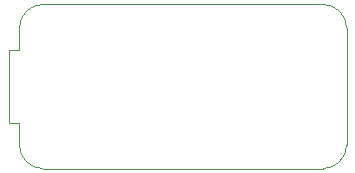
<source format=gbr>
%TF.GenerationSoftware,KiCad,Pcbnew,(6.0.4)*%
%TF.CreationDate,2022-11-15T14:04:27+01:00*%
%TF.ProjectId,tk1,746b312e-6b69-4636-9164-5f7063625858,rev?*%
%TF.SameCoordinates,Original*%
%TF.FileFunction,Profile,NP*%
%FSLAX46Y46*%
G04 Gerber Fmt 4.6, Leading zero omitted, Abs format (unit mm)*
G04 Created by KiCad (PCBNEW (6.0.4)) date 2022-11-15 14:04:27*
%MOMM*%
%LPD*%
G01*
G04 APERTURE LIST*
%TA.AperFunction,Profile*%
%ADD10C,0.050000*%
%TD*%
G04 APERTURE END LIST*
D10*
X100000000Y-97950000D02*
X100000000Y-98950000D01*
X102000000Y-87050000D02*
X125700000Y-87050000D01*
X127700000Y-89050000D02*
G75*
G03*
X125700000Y-87050000I-2000000J0D01*
G01*
X127700000Y-89050000D02*
X127700000Y-98950000D01*
X100000000Y-98950000D02*
G75*
G03*
X102000000Y-100950000I1998300J-1700D01*
G01*
X125700000Y-100950000D02*
G75*
G03*
X127700000Y-98950000I0J2000000D01*
G01*
X125700000Y-100950000D02*
X102000000Y-100950000D01*
X102000000Y-87050000D02*
G75*
G03*
X100000000Y-89050000I0J-2000000D01*
G01*
X100000000Y-89050000D02*
X100000000Y-90050000D01*
%TO.C,P1*%
X99100000Y-90950000D02*
X100000000Y-90950000D01*
X99100000Y-97050000D02*
X100000000Y-97050000D01*
X99100000Y-90950000D02*
X99100000Y-97050000D01*
X100000000Y-90950000D02*
X100000000Y-90050000D01*
X100000000Y-97950000D02*
X100000000Y-97050000D01*
%TD*%
M02*

</source>
